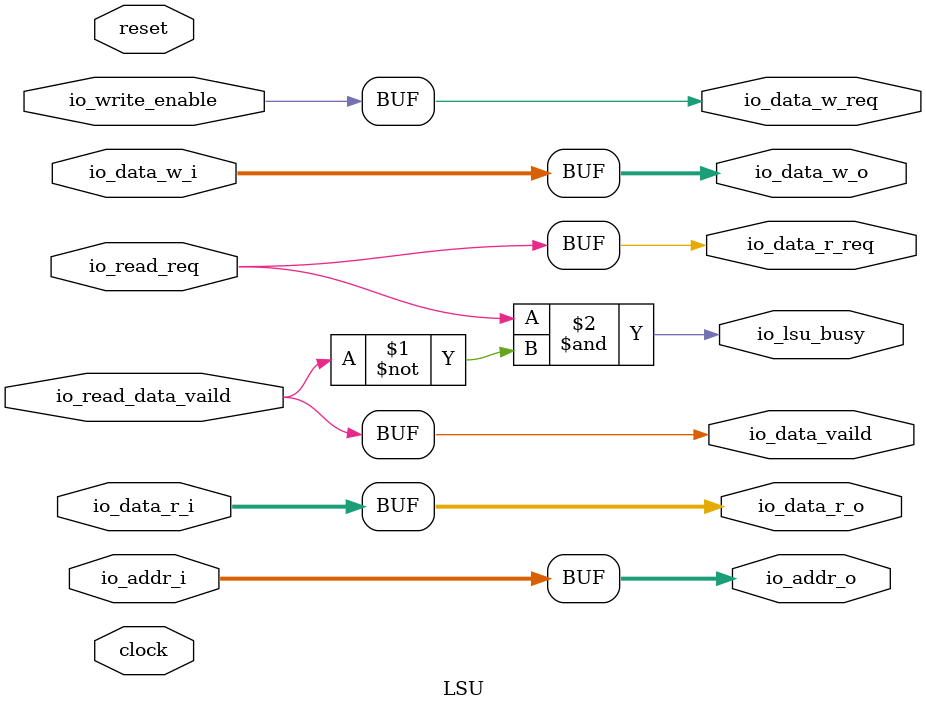
<source format=v>
module LSU(
  input         clock,
  input         reset,
  input  [31:0] io_addr_i,
  input         io_write_enable,
  input  [31:0] io_data_w_i,
  input         io_read_req,
  output [31:0] io_data_r_o,
  output        io_lsu_busy,
  output        io_data_vaild,
  output [31:0] io_addr_o,
  output        io_data_w_req,
  output [31:0] io_data_w_o,
  output        io_data_r_req,
  input  [31:0] io_data_r_i,
  input         io_read_data_vaild
);
  assign io_data_r_o = io_data_r_i; // @[LSU.scala 30:15]
  assign io_lsu_busy = io_data_r_req & ~io_read_data_vaild; // @[LSU.scala 33:32]
  assign io_data_vaild = io_read_data_vaild; // @[LSU.scala 31:17]
  assign io_addr_o = io_addr_i; // @[LSU.scala 25:13]
  assign io_data_w_req = io_write_enable; // @[LSU.scala 26:17]
  assign io_data_w_o = io_data_w_i; // @[LSU.scala 27:15]
  assign io_data_r_req = io_read_req; // @[LSU.scala 29:17]
endmodule

</source>
